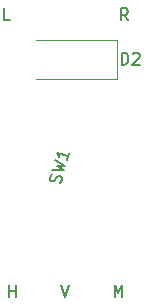
<source format=gbr>
%TF.GenerationSoftware,KiCad,Pcbnew,6.0.8*%
%TF.CreationDate,2022-12-19T15:39:37+01:00*%
%TF.ProjectId,excavator_ram_controller,65786361-7661-4746-9f72-5f72616d5f63,rev?*%
%TF.SameCoordinates,Original*%
%TF.FileFunction,Legend,Top*%
%TF.FilePolarity,Positive*%
%FSLAX46Y46*%
G04 Gerber Fmt 4.6, Leading zero omitted, Abs format (unit mm)*
G04 Created by KiCad (PCBNEW 6.0.8) date 2022-12-19 15:39:37*
%MOMM*%
%LPD*%
G01*
G04 APERTURE LIST*
%ADD10C,0.150000*%
%ADD11C,0.120000*%
G04 APERTURE END LIST*
D10*
%TO.C,D2*%
X34761904Y-21202380D02*
X34761904Y-20202380D01*
X35000000Y-20202380D01*
X35142857Y-20250000D01*
X35238095Y-20345238D01*
X35285714Y-20440476D01*
X35333333Y-20630952D01*
X35333333Y-20773809D01*
X35285714Y-20964285D01*
X35238095Y-21059523D01*
X35142857Y-21154761D01*
X35000000Y-21202380D01*
X34761904Y-21202380D01*
X35714285Y-20297619D02*
X35761904Y-20250000D01*
X35857142Y-20202380D01*
X36095238Y-20202380D01*
X36190476Y-20250000D01*
X36238095Y-20297619D01*
X36285714Y-20392857D01*
X36285714Y-20488095D01*
X36238095Y-20630952D01*
X35666666Y-21202380D01*
X36285714Y-21202380D01*
%TO.C,L*%
X25309523Y-17452380D02*
X24833333Y-17452380D01*
X24833333Y-16452380D01*
%TO.C,R*%
X35309523Y-17452380D02*
X34976190Y-16976190D01*
X34738095Y-17452380D02*
X34738095Y-16452380D01*
X35119047Y-16452380D01*
X35214285Y-16500000D01*
X35261904Y-16547619D01*
X35309523Y-16642857D01*
X35309523Y-16785714D01*
X35261904Y-16880952D01*
X35214285Y-16928571D01*
X35119047Y-16976190D01*
X34738095Y-16976190D01*
%TO.C,V*%
X29666666Y-39872380D02*
X30000000Y-40872380D01*
X30333333Y-39872380D01*
%TO.C,M*%
X34166666Y-40872380D02*
X34166666Y-39872380D01*
X34500000Y-40586666D01*
X34833333Y-39872380D01*
X34833333Y-40872380D01*
%TO.C,SW1*%
X29562914Y-31263251D02*
X29645885Y-31137586D01*
X29707509Y-30907604D01*
X29686162Y-30803286D01*
X29652490Y-30744965D01*
X29572822Y-30674319D01*
X29480829Y-30649669D01*
X29376511Y-30671017D01*
X29318190Y-30704688D01*
X29247544Y-30784357D01*
X29152249Y-30956018D01*
X29081603Y-31035686D01*
X29023282Y-31069358D01*
X28918964Y-31090705D01*
X28826971Y-31066055D01*
X28747303Y-30995409D01*
X28713631Y-30937088D01*
X28692284Y-30832770D01*
X28753908Y-30602788D01*
X28836878Y-30477123D01*
X28877155Y-30142823D02*
X29904704Y-30171660D01*
X29264056Y-29802804D01*
X30003302Y-29803688D01*
X29099000Y-29314887D01*
X30299095Y-28699773D02*
X30151198Y-29251731D01*
X30225147Y-28975752D02*
X29259221Y-28716933D01*
X29372561Y-28845900D01*
X29439904Y-28962542D01*
X29461251Y-29066860D01*
%TO.C,H*%
X25214285Y-40872380D02*
X25214285Y-39872380D01*
X25214285Y-40348571D02*
X25785714Y-40348571D01*
X25785714Y-40872380D02*
X25785714Y-39872380D01*
D11*
%TO.C,D2*%
X34400000Y-19100000D02*
X27500000Y-19100000D01*
X34400000Y-22400000D02*
X34400000Y-19100000D01*
X34400000Y-22400000D02*
X27500000Y-22400000D01*
%TD*%
M02*

</source>
